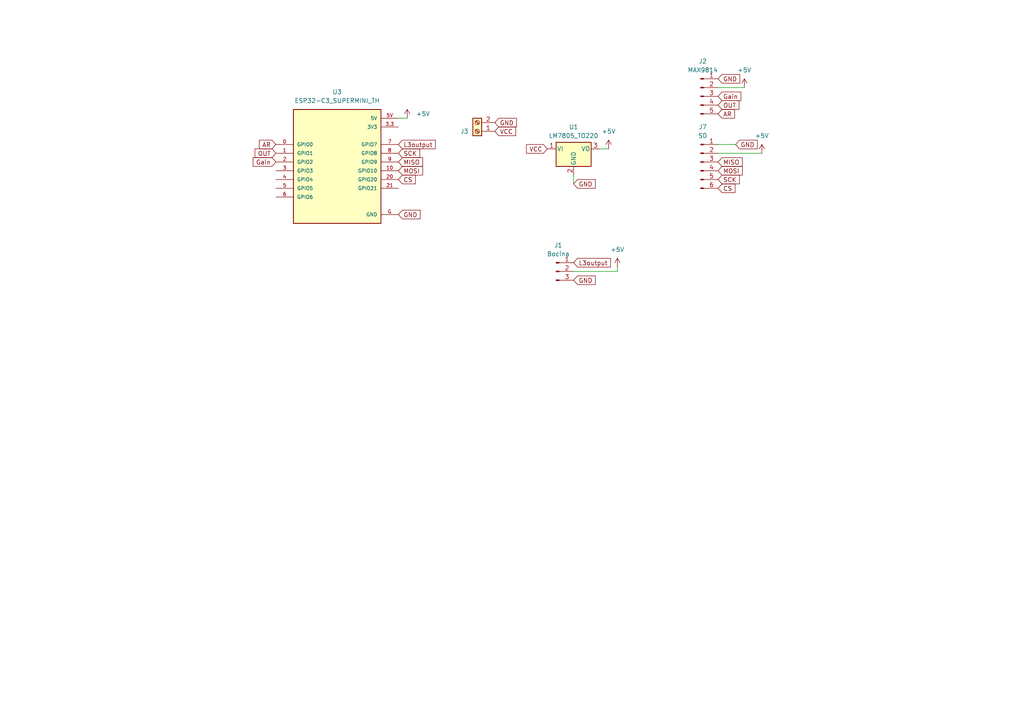
<source format=kicad_sch>
(kicad_sch (version 20231120) (generator "eeschema") (generator_version "8.0")
  (paper "A4")
  (lib_symbols
    (symbol "Connector:Conn_01x03_Pin" (pin_names (offset 1.016) hide)
      (property "Reference" "J" (at 0 5.08 0))
      (property "Value" "Conn_01x03_Pin" (at 0 -5.08 0))
      (symbol "Conn_01x03_Pin_1_1"
        (polyline (pts (xy 1.27 -2.54) (xy 0.8636 -2.54)) (stroke (width 0.1524)))
        (polyline (pts (xy 1.27 0) (xy 0.8636 0)) (stroke (width 0.1524)))
        (polyline (pts (xy 1.27 2.54) (xy 0.8636 2.54)) (stroke (width 0.1524)))
        (rectangle (start 0.8636 -2.413) (end 0 -2.667) (stroke (width 0.1524)) (fill (type outline)))
        (rectangle (start 0.8636 0.127) (end 0 -0.127) (stroke (width 0.1524)) (fill (type outline)))
        (rectangle (start 0.8636 2.667) (end 0 2.413) (stroke (width 0.1524)) (fill (type outline)))
        (pin passive line (at 5.08 2.54 180) (length 3.81) (name "Pin_1") (number "1"))
        (pin passive line (at 5.08 0 180) (length 3.81) (name "Pin_2") (number "2"))
        (pin passive line (at 5.08 -2.54 180) (length 3.81) (name "Pin_3") (number "3"))
      )
    )
    (symbol "Connector:Conn_01x05_Pin" (pin_names (offset 1.016) hide)
      (property "Reference" "J" (at 0 7.62 0))
      (property "Value" "Conn_01x05_Pin" (at 0 -7.62 0))
      (symbol "Conn_01x05_Pin_1_1"
        (polyline (pts (xy 1.27 -5.08) (xy 0.8636 -5.08)) (stroke (width 0.1524)))
        (polyline (pts (xy 1.27 -2.54) (xy 0.8636 -2.54)) (stroke (width 0.1524)))
        (polyline (pts (xy 1.27 0) (xy 0.8636 0)) (stroke (width 0.1524)))
        (polyline (pts (xy 1.27 2.54) (xy 0.8636 2.54)) (stroke (width 0.1524)))
        (polyline (pts (xy 1.27 5.08) (xy 0.8636 5.08)) (stroke (width 0.1524)))
        (rectangle (start 0.8636 -4.953) (end 0 -5.207) (stroke (width 0.1524)) (fill (type outline)))
        (rectangle (start 0.8636 -2.413) (end 0 -2.667) (stroke (width 0.1524)) (fill (type outline)))
        (rectangle (start 0.8636 0.127) (end 0 -0.127) (stroke (width 0.1524)) (fill (type outline)))
        (rectangle (start 0.8636 2.667) (end 0 2.413) (stroke (width 0.1524)) (fill (type outline)))
        (rectangle (start 0.8636 5.207) (end 0 4.953) (stroke (width 0.1524)) (fill (type outline)))
        (pin passive line (at 5.08 5.08 180) (length 3.81) (name "Pin_1") (number "1"))
        (pin passive line (at 5.08 2.54 180) (length 3.81) (name "Pin_2") (number "2"))
        (pin passive line (at 5.08 0 180) (length 3.81) (name "Pin_3") (number "3"))
        (pin passive line (at 5.08 -2.54 180) (length 3.81) (name "Pin_4") (number "4"))
        (pin passive line (at 5.08 -5.08 180) (length 3.81) (name "Pin_5") (number "5"))
      )
    )
    (symbol "Connector:Conn_01x06_Pin" (pin_names (offset 1.016) hide)
      (property "Reference" "J" (at 0 7.62 0))
      (property "Value" "Conn_01x06_Pin" (at 0 -10.16 0))
      (symbol "Conn_01x06_Pin_1_1"
        (polyline (pts (xy 1.27 -7.62) (xy 0.8636 -7.62)) (stroke (width 0.1524)))
        (polyline (pts (xy 1.27 -5.08) (xy 0.8636 -5.08)) (stroke (width 0.1524)))
        (polyline (pts (xy 1.27 -2.54) (xy 0.8636 -2.54)) (stroke (width 0.1524)))
        (polyline (pts (xy 1.27 0) (xy 0.8636 0)) (stroke (width 0.1524)))
        (polyline (pts (xy 1.27 2.54) (xy 0.8636 2.54)) (stroke (width 0.1524)))
        (polyline (pts (xy 1.27 5.08) (xy 0.8636 5.08)) (stroke (width 0.1524)))
        (rectangle (start 0.8636 -7.493) (end 0 -7.747) (stroke (width 0.1524)) (fill (type outline)))
        (rectangle (start 0.8636 -4.953) (end 0 -5.207) (stroke (width 0.1524)) (fill (type outline)))
        (rectangle (start 0.8636 -2.413) (end 0 -2.667) (stroke (width 0.1524)) (fill (type outline)))
        (rectangle (start 0.8636 0.127) (end 0 -0.127) (stroke (width 0.1524)) (fill (type outline)))
        (rectangle (start 0.8636 2.667) (end 0 2.413) (stroke (width 0.1524)) (fill (type outline)))
        (rectangle (start 0.8636 5.207) (end 0 4.953) (stroke (width 0.1524)) (fill (type outline)))
        (pin passive line (at 5.08 5.08 180) (length 3.81) (name "Pin_1") (number "1"))
        (pin passive line (at 5.08 2.54 180) (length 3.81) (name "Pin_2") (number "2"))
        (pin passive line (at 5.08 0 180) (length 3.81) (name "Pin_3") (number "3"))
        (pin passive line (at 5.08 -2.54 180) (length 3.81) (name "Pin_4") (number "4"))
        (pin passive line (at 5.08 -5.08 180) (length 3.81) (name "Pin_5") (number "5"))
        (pin passive line (at 5.08 -7.62 180) (length 3.81) (name "Pin_6") (number "6"))
      )
    )
    (symbol "Connector:Screw_Terminal_01x02" (pin_names (offset 1.016) hide)
      (property "Reference" "J" (at 0 2.54 0))
      (property "Value" "Screw_Terminal_01x02" (at 0 -5.08 0))
      (symbol "Screw_Terminal_01x02_1_1"
        (rectangle (start -1.27 1.27) (end 1.27 -3.81) (stroke (width 0.254)) (fill (type background)))
        (circle (center 0 -2.54) (radius 0.635) (stroke (width 0.1524)))
        (polyline (pts (xy -0.5334 -2.2098) (xy 0.3302 -3.048)) (stroke (width 0.1524)))
        (polyline (pts (xy -0.5334 0.3302) (xy 0.3302 -0.508)) (stroke (width 0.1524)))
        (polyline (pts (xy -0.3556 -2.032) (xy 0.508 -2.8702)) (stroke (width 0.1524)))
        (polyline (pts (xy -0.3556 0.508) (xy 0.508 -0.3302)) (stroke (width 0.1524)))
        (circle (center 0 0) (radius 0.635) (stroke (width 0.1524)))
        (pin passive line (at -5.08 0 0) (length 3.81) (name "Pin_1") (number "1"))
        (pin passive line (at -5.08 -2.54 0) (length 3.81) (name "Pin_2") (number "2"))
      )
    )
    (symbol "ESP32-C3_SUPERMINI_TH:ESP32-C3_SUPERMINI_TH" (pin_names (offset 1.016))
      (property "Reference" "U" (at -12.7 16.002 0))
      (property "Value" "ESP32-C3_SUPERMINI_TH" (at -12.7 -20.32 0))
      (symbol "ESP32-C3_SUPERMINI_TH_0_0"
        (rectangle (start -12.7 -17.78) (end 12.7 15.24) (stroke (width 0.254)) (fill (type background)))
        (pin bidirectional line (at -17.78 5.08 0) (length 5.08) (name "GPIO0") (number "0"))
        (pin bidirectional line (at -17.78 2.54 0) (length 5.08) (name "GPIO1") (number "1"))
        (pin bidirectional line (at 17.78 -2.54 180) (length 5.08) (name "GPIO10") (number "10"))
        (pin bidirectional line (at -17.78 0 0) (length 5.08) (name "GPIO2") (number "2"))
        (pin bidirectional line (at 17.78 -5.08 180) (length 5.08) (name "GPIO20") (number "20"))
        (pin bidirectional line (at 17.78 -7.62 180) (length 5.08) (name "GPIO21") (number "21"))
        (pin bidirectional line (at -17.78 -2.54 0) (length 5.08) (name "GPIO3") (number "3"))
        (pin power_in line (at 17.78 10.16 180) (length 5.08) (name "3V3") (number "3.3"))
        (pin bidirectional line (at -17.78 -5.08 0) (length 5.08) (name "GPIO4") (number "4"))
        (pin bidirectional line (at -17.78 -7.62 0) (length 5.08) (name "GPIO5") (number "5"))
        (pin power_in line (at 17.78 12.7 180) (length 5.08) (name "5V") (number "5V"))
        (pin bidirectional line (at -17.78 -10.16 0) (length 5.08) (name "GPIO6") (number "6"))
        (pin bidirectional line (at 17.78 5.08 180) (length 5.08) (name "GPIO7") (number "7"))
        (pin bidirectional line (at 17.78 2.54 180) (length 5.08) (name "GPIO8") (number "8"))
        (pin bidirectional line (at 17.78 0 180) (length 5.08) (name "GPIO9") (number "9"))
        (pin power_in line (at 17.78 -15.24 180) (length 5.08) (name "GND") (number "G"))
      )
    )
    (symbol "Regulator_Linear:LM7805_TO220" (pin_names (offset 0.254))
      (property "Reference" "U" (at -3.81 3.175 0))
      (property "Value" "LM7805_TO220" (at 0 3.175 0))
      (symbol "LM7805_TO220_0_1"
        (rectangle (start -5.08 1.905) (end 5.08 -5.08) (stroke (width 0.254)) (fill (type background)))
      )
      (symbol "LM7805_TO220_1_1"
        (pin power_in line (at -7.62 0 0) (length 2.54) (name "VI") (number "1"))
        (pin power_in line (at 0 -7.62 90) (length 2.54) (name "GND") (number "2"))
        (pin power_out line (at 7.62 0 180) (length 2.54) (name "VO") (number "3"))
      )
    )
    (symbol "power:+5V" (power) (pin_numbers hide) (pin_names (offset 0) hide)
      (property "Value" "+5V" (at 0 3.556 0))
      (symbol "+5V_0_1"
        (polyline (pts (xy -0.762 1.27) (xy 0 2.54)))
        (polyline (pts (xy 0 0) (xy 0 2.54)))
        (polyline (pts (xy 0 2.54) (xy 0.762 1.27)))
      )
      (symbol "+5V_1_1"
        (pin power_in line (at 0 0 90) (length 0) (name "~") (number "1"))
      )
    )
  )
  (wire (pts (xy 213.36 41.91) (xy 208.28 41.91)))
  (wire (pts (xy 173.99 43.18) (xy 176.53 43.18)))
  (wire (pts (xy 215.9 25.4) (xy 208.28 25.4)))
  (wire (pts (xy 118.11 34.29) (xy 115.57 34.29)))
  (wire (pts (xy 166.37 53.34) (xy 166.37 50.8)))
  (wire (pts (xy 220.98 44.45) (xy 208.28 44.45)))
  (wire (pts (xy 179.07 78.74) (xy 179.07 77.47)))
  (wire (pts (xy 166.37 78.74) (xy 179.07 78.74)))
  (global_label "OUT" (shape input) (at 80.01 44.45 180) (property "Intersheetrefs" "${INTERSHEET_REFS}" (effects (hide yes))))
  (global_label "AR" (shape input) (at 208.28 33.02 0) (property "Intersheetrefs" "${INTERSHEET_REFS}" (effects (hide yes))))
  (global_label "MOSI" (shape input) (at 208.28 49.53 0) (property "Intersheetrefs" "${INTERSHEET_REFS}" (effects (hide yes))))
  (global_label "MOSI" (shape input) (at 115.57 49.53 0) (property "Intersheetrefs" "${INTERSHEET_REFS}" (effects (hide yes))))
  (global_label "SCK" (shape input) (at 208.28 52.07 0) (property "Intersheetrefs" "${INTERSHEET_REFS}" (effects (hide yes))))
  (global_label "OUT" (shape input) (at 208.28 30.48 0) (property "Intersheetrefs" "${INTERSHEET_REFS}" (effects (hide yes))))
  (global_label "AR" (shape input) (at 80.01 41.91 180) (property "Intersheetrefs" "${INTERSHEET_REFS}" (effects (hide yes))))
  (global_label "Gain" (shape input) (at 208.28 27.94 0) (property "Intersheetrefs" "${INTERSHEET_REFS}" (effects (hide yes))))
  (global_label "L3output" (shape input) (at 166.37 76.2 0) (property "Intersheetrefs" "${INTERSHEET_REFS}" (effects (hide yes))))
  (global_label "GND" (shape input) (at 166.37 81.28 0) (property "Intersheetrefs" "${INTERSHEET_REFS}" (effects (hide yes))))
  (global_label "L3output" (shape input) (at 115.57 41.91 0) (property "Intersheetrefs" "${INTERSHEET_REFS}" (effects (hide yes))))
  (global_label "Gain" (shape input) (at 80.01 46.99 180) (property "Intersheetrefs" "${INTERSHEET_REFS}" (effects (hide yes))))
  (global_label "CS" (shape input) (at 115.57 52.07 0) (property "Intersheetrefs" "${INTERSHEET_REFS}" (effects (hide yes))))
  (global_label "GND" (shape input) (at 166.37 53.34 0) (property "Intersheetrefs" "${INTERSHEET_REFS}" (effects (hide yes))))
  (global_label "CS" (shape input) (at 208.28 54.61 0) (property "Intersheetrefs" "${INTERSHEET_REFS}" (effects (hide yes))))
  (global_label "SCK" (shape input) (at 115.57 44.45 0) (property "Intersheetrefs" "${INTERSHEET_REFS}" (effects (hide yes))))
  (global_label "GND" (shape input) (at 143.51 35.56 0) (property "Intersheetrefs" "${INTERSHEET_REFS}" (effects (hide yes))))
  (global_label "GND" (shape input) (at 213.36 41.91 0) (property "Intersheetrefs" "${INTERSHEET_REFS}" (effects (hide yes))))
  (global_label "GND" (shape input) (at 115.57 62.23 0) (property "Intersheetrefs" "${INTERSHEET_REFS}" (effects (hide yes))))
  (global_label "MISO" (shape input) (at 115.57 46.99 0) (property "Intersheetrefs" "${INTERSHEET_REFS}" (effects (hide yes))))
  (global_label "VCC" (shape input) (at 143.51 38.1 0) (property "Intersheetrefs" "${INTERSHEET_REFS}" (effects (hide yes))))
  (global_label "GND" (shape input) (at 208.28 22.86 0) (property "Intersheetrefs" "${INTERSHEET_REFS}" (effects (hide yes))))
  (global_label "MISO" (shape input) (at 208.28 46.99 0) (property "Intersheetrefs" "${INTERSHEET_REFS}" (effects (hide yes))))
  (global_label "VCC" (shape input) (at 158.75 43.18 180) (property "Intersheetrefs" "${INTERSHEET_REFS}" (effects (hide yes))))
  (symbol (lib_id "Connector:Conn_01x03_Pin") (at 161.29 78.74 0) (unit 1)
    (property "Reference" "J1" (at 161.925 71.12 0))
    (property "Value" "Bocina" (at 161.925 73.66 0))
    (property "Footprint" "Connector_PinHeader_2.54mm:PinHeader_1x03_P2.54mm_Vertical" (effects (hide yes)))
    (property "Description" "Generic connector, single row, 01x03, script generated" (effects (hide yes)))
  )
  (symbol (lib_id "Connector:Conn_01x06_Pin") (at 203.2 46.99 0) (unit 1)
    (property "Reference" "J7" (at 203.835 36.83 0))
    (property "Value" "SD" (at 203.835 39.37 0))
    (property "Footprint" "Connector_PinHeader_2.54mm:PinHeader_1x06_P2.54mm_Vertical" (effects (hide yes)))
    (property "Description" "Generic connector, single row, 01x06, script generated" (effects (hide yes)))
  )
  (symbol (lib_id "power:+5V") (at 179.07 77.47 0) (unit 1)
    (property "Reference" "#PWR01" (effects (hide yes)))
    (property "Value" "+5V" (at 179.07 72.39 0))
    (property "Description" "Power symbol creates a global label with name \"+5V\"" (effects (hide yes)))
  )
  (symbol (lib_id "power:+5V") (at 215.9 25.4 0) (unit 1)
    (property "Reference" "#PWR02" (effects (hide yes)))
    (property "Value" "+5V" (at 215.9 20.32 0))
    (property "Description" "Power symbol creates a global label with name \"+5V\"" (effects (hide yes)))
  )
  (symbol (lib_id "power:+5V") (at 118.11 34.29 0) (unit 1)
    (property "Reference" "#PWR03" (effects (hide yes)))
    (property "Value" "+5V" (at 120.65 33.0199 0) (effects (justify left)))
    (property "Description" "Power symbol creates a global label with name \"+5V\"" (effects (hide yes)))
  )
  (symbol (lib_id "Regulator_Linear:LM7805_TO220") (at 166.37 43.18 0) (unit 1)
    (property "Reference" "U1" (at 166.37 36.83 0))
    (property "Value" "LM7805_TO220" (at 166.37 39.37 0))
    (property "Footprint" "Package_TO_SOT_THT:TO-220-3_Vertical" (effects (hide yes)))
    (property "Datasheet" "https://www.onsemi.cn/PowerSolutions/document/MC7800-D.PDF" (effects (hide yes)))
    (property "Description" "Positive 1A 35V Linear Regulator, Fixed Output 5V, TO-220" (effects (hide yes)))
  )
  (symbol (lib_id "ESP32-C3_SUPERMINI_TH:ESP32-C3_SUPERMINI_TH") (at 97.79 46.99 0) (unit 1)
    (property "Reference" "U3" (at 97.79 26.67 0))
    (property "Value" "ESP32-C3_SUPERMINI_TH" (at 97.79 29.21 0))
    (property "Footprint" "huellas:MODULE_ESP32-C3_SUPERMINI_TH" (effects (hide yes)))
    (property "MF" "Espressif Systems" (effects (hide yes)))
    (property "Description_1" "\n                        \n                            Super tiny ESP32-C3 board\n                        \n" (effects (hide yes)))
    (property "CREATOR" "DIZAR" (effects (hide yes)))
    (property "Price" "None" (effects (hide yes)))
    (property "Package" "Package" (effects (hide yes)))
    (property "Check_prices" "https://www.snapeda.com/parts/ESP32-C3%20SuperMini_TH/Espressif+Systems/view-part/?ref=eda" (effects (hide yes)))
    (property "STANDARD" "IPC-7351B" (effects (hide yes)))
    (property "SnapEDA_Link" "https://www.snapeda.com/parts/ESP32-C3%20SuperMini_TH/Espressif+Systems/view-part/?ref=snap" (effects (hide yes)))
    (property "MP" "ESP32-C3 SuperMini_TH" (effects (hide yes)))
    (property "Availability" "Not in stock" (effects (hide yes)))
    (property "MANUFACTURER" "Espressif Systems" (effects (hide yes)))
  )
  (symbol (lib_id "Connector:Screw_Terminal_01x02") (at 138.43 38.1 180) (unit 1)
    (property "Reference" "J3" (at 135.89 38.1001 0) (effects (justify left)))
    (property "Value" "Screw_Terminal_01x02" (effects (hide yes)))
    (property "Footprint" "TerminalBlock:TerminalBlock_bornier-2_P5.08mm" (effects (hide yes)))
    (property "Description" "Generic screw terminal, single row, 01x02, script generated (kicad-library-utils/schlib/autogen/connector/)" (effects (hide yes)))
  )
  (symbol (lib_id "power:+5V") (at 176.53 43.18 0) (unit 1)
    (property "Reference" "#PWR04" (effects (hide yes)))
    (property "Value" "+5V" (at 176.53 38.1 0))
    (property "Description" "Power symbol creates a global label with name \"+5V\"" (effects (hide yes)))
  )
  (symbol (lib_id "Connector:Conn_01x05_Pin") (at 203.2 27.94 0) (unit 1)
    (property "Reference" "J2" (at 203.835 17.78 0))
    (property "Value" "MAX9814" (at 203.835 20.32 0))
    (property "Footprint" "Connector_PinHeader_2.54mm:PinHeader_1x05_P2.54mm_Vertical" (effects (hide yes)))
    (property "Description" "Generic connector, single row, 01x05, script generated" (effects (hide yes)))
  )
  (symbol (lib_id "power:+5V") (at 220.98 44.45 0) (unit 1)
    (property "Reference" "#PWR06" (effects (hide yes)))
    (property "Value" "+5V" (at 220.98 39.37 0))
    (property "Description" "Power symbol creates a global label with name \"+5V\"" (effects (hide yes)))
  )
)
</source>
